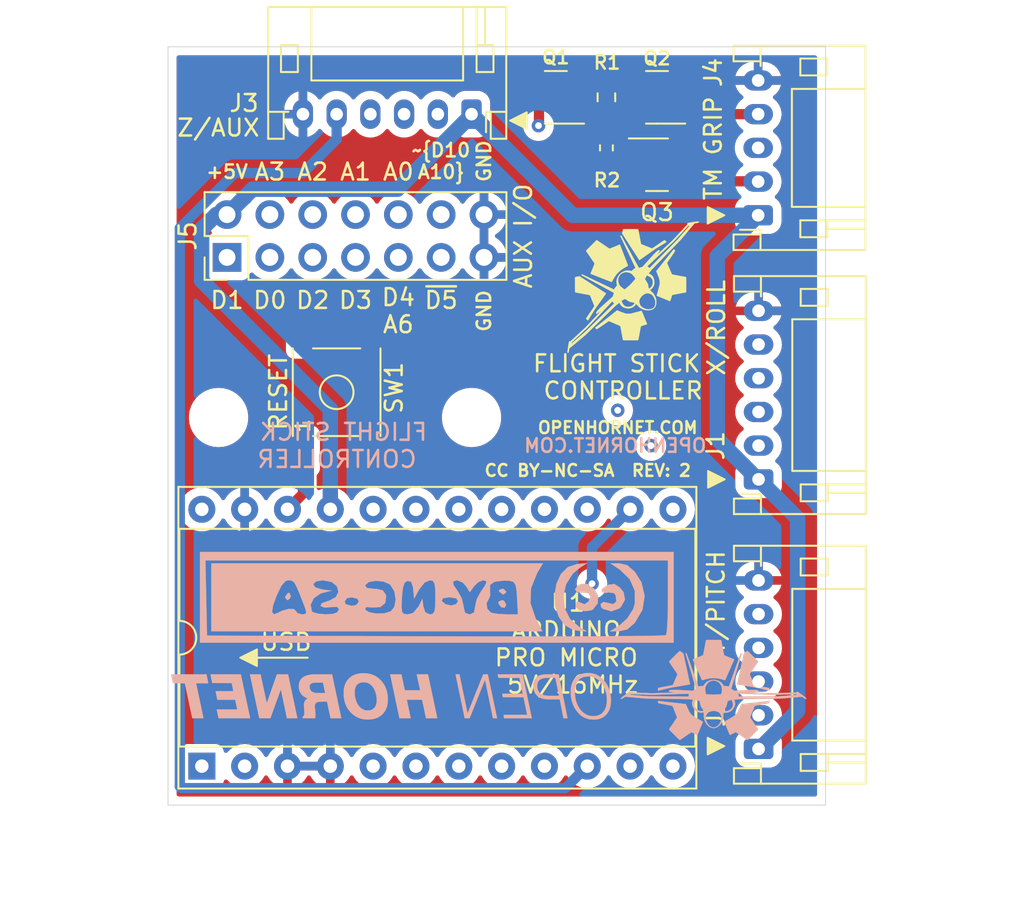
<source format=kicad_pcb>
(kicad_pcb (version 20211014) (generator pcbnew)
  (layers (0 "F.Cu" power) (1 "In1.Cu" signal) (2 "In2.Cu" signal) (31 "B.Cu" mixed) (34 "B.Paste" user) (35 "F.Paste" user) (36 "B.SilkS" user "B.Silkscreen") (37 "F.SilkS" user "F.Silkscreen") (38 "B.Mask" user) (39 "F.Mask" user) (44 "Edge.Cuts" user))
  (net 0 "")
  (net 1 "GND")
  (net 2 "/CSx")
  (net 3 "/SCK")
  (net 4 "/MOSI")
  (net 5 "/MISO")
  (net 6 "+5V")
  (net 7 "/CSy")
  (net 8 "/CSz")
  (net 9 "Net-(U1-Pad24)")
  (net 10 "/CSg")
  (net 11 "/MISOg")
  (net 12 "Net-(Q1-Pad2)")
  (net 13 "Net-(Q1-Pad1)")
  (net 14 "Net-(Q3-Pad3)")
  (net 15 "/~{D10A10}")
  (net 16 "/~{D5}")
  (net 17 "/A0")
  (net 18 "/D4A6")
  (net 19 "/A1")
  (net 20 "/~{D3}")
  (net 21 "/A2")
  (net 22 "/D2")
  (net 23 "/A3")
  (net 24 "/D0")
  (net 25 "/D1")
  (net 26 "/RST")
  (net 27 "Net-(SW1-Pad4)")
  (net 28 "Net-(SW1-Pad2)")
  (footprint "MountingHole:MountingHole_2.5mm" (layer "F.Cu") (at 127.976 62.33)
    (fp_text reference "H2" hide)
    (fp_text value "MountingHole")
    (pad "" np_thru_hole circle locked (at 0 0) (size 2.5 2.5) (drill 2.5) (layers *.Cu *.Mask))
  )
  (footprint "OH_Footprints:JST_PH_S6B-PH-K_1x06_P2.00mm_Horizontal" (layer "F.Cu") (at 145 66 90)
    (fp_text reference "J1" (at 2 -2.55 90) (layer "F.SilkS"))
    (fp_text value "X/ROLL" (at 9 -2.5 90) (layer "F.SilkS"))
    (pad "1" thru_hole roundrect (at 0 0 90) (size 1.2 1.75) (drill 0.75) (layers *.Cu *.Mask) (roundrect_rratio 0.2083333333) (net 6 "+5V"))
    (pad "2" thru_hole oval (at 2 0 90) (size 1.2 1.75) (drill 0.75) (layers *.Cu *.Mask) (net 5 "/MISO"))
    (pad "3" thru_hole oval (at 4 0 90) (size 1.2 1.75) (drill 0.75) (layers *.Cu *.Mask) (net 4 "/MOSI"))
    (pad "4" thru_hole oval (at 6 0 90) (size 1.2 1.75) (drill 0.75) (layers *.Cu *.Mask) (net 3 "/SCK"))
    (pad "5" thru_hole oval (at 8 0 90) (size 1.2 1.75) (drill 0.75) (layers *.Cu *.Mask) (net 2 "/CSx"))
    (pad "6" thru_hole oval (at 10 0 90) (size 1.2 1.75) (drill 0.75) (layers *.Cu *.Mask) (net 1 "GND"))
  )
  (footprint "OH_Footprints:JST_PH_S6B-PH-K_1x06_P2.00mm_Horizontal" (layer "F.Cu") (at 145 82 90)
    (fp_text reference "J2" (at 2.17 -2.524 90) (layer "F.SilkS"))
    (fp_text value "Y/PITCH" (at 8.67 -2.524 90) (layer "F.SilkS"))
    (pad "1" thru_hole roundrect (at 0 0 90) (size 1.2 1.75) (drill 0.75) (layers *.Cu *.Mask) (roundrect_rratio 0.2083333333) (net 6 "+5V"))
    (pad "2" thru_hole oval (at 2 0 90) (size 1.2 1.75) (drill 0.75) (layers *.Cu *.Mask) (net 5 "/MISO"))
    (pad "3" thru_hole oval (at 4 0 90) (size 1.2 1.75) (drill 0.75) (layers *.Cu *.Mask) (net 4 "/MOSI"))
    (pad "4" thru_hole oval (at 6 0 90) (size 1.2 1.75) (drill 0.75) (layers *.Cu *.Mask) (net 3 "/SCK"))
    (pad "5" thru_hole oval (at 8 0 90) (size 1.2 1.75) (drill 0.75) (layers *.Cu *.Mask) (net 7 "/CSy"))
    (pad "6" thru_hole oval (at 10 0 90) (size 1.2 1.75) (drill 0.75) (layers *.Cu *.Mask) (net 1 "GND"))
  )
  (footprint "MountingHole:MountingHole_2.5mm" (layer "F.Cu") (at 112.976 62.33)
    (fp_text reference "H1" hide)
    (fp_text value "MountingHole")
    (pad "" np_thru_hole circle locked (at 0 0) (size 2.5 2.5) (drill 2.5) (layers *.Cu *.Mask))
  )
  (footprint "Package_DIP:DIP-24_W15.24mm_Socket" (layer "F.Cu") (at 111.98 83.018 90)
    (fp_text reference "U1" (at 9.688 21.716 180) (layer "F.SilkS"))
    (fp_text value "ProMicro")
    (pad "1" thru_hole rect (at 0 0 90) (size 1.6 1.6) (drill 0.8) (layers *.Cu *.Mask) (net 25 "/D1"))
    (pad "2" thru_hole oval (at 0 2.54 90) (size 1.6 1.6) (drill 0.8) (layers *.Cu *.Mask) (net 24 "/D0"))
    (pad "3" thru_hole oval (at 0 5.08 90) (size 1.6 1.6) (drill 0.8) (layers *.Cu *.Mask) (net 1 "GND"))
    (pad "4" thru_hole oval (at 0 7.62 90) (size 1.6 1.6) (drill 0.8) (layers *.Cu *.Mask) (net 1 "GND"))
    (pad "5" thru_hole oval (at 0 10.16 90) (size 1.6 1.6) (drill 0.8) (layers *.Cu *.Mask) (net 22 "/D2"))
    (pad "6" thru_hole oval (at 0 12.7 90) (size 1.6 1.6) (drill 0.8) (layers *.Cu *.Mask) (net 20 "/~{D3}"))
    (pad "7" thru_hole oval (at 0 15.24 90) (size 1.6 1.6) (drill 0.8) (layers *.Cu *.Mask) (net 18 "/D4A6"))
    (pad "8" thru_hole oval (at 0 17.78 90) (size 1.6 1.6) (drill 0.8) (layers *.Cu *.Mask) (net 16 "/~{D5}"))
    (pad "9" thru_hole oval (at 0 20.32 90) (size 1.6 1.6) (drill 0.8) (layers *.Cu *.Mask) (net 10 "/CSg"))
    (pad "10" thru_hole oval (at 0 22.86 90) (size 1.6 1.6) (drill 0.8) (layers *.Cu *.Mask) (net 8 "/CSz"))
    (pad "11" thru_hole oval (at 0 25.4 90) (size 1.6 1.6) (drill 0.8) (layers *.Cu *.Mask) (net 7 "/CSy"))
    (pad "12" thru_hole oval (at 0 27.94 90) (size 1.6 1.6) (drill 0.8) (layers *.Cu *.Mask) (net 2 "/CSx"))
    (pad "13" thru_hole oval (at 15.24 27.94 90) (size 1.6 1.6) (drill 0.8) (layers *.Cu *.Mask) (net 15 "/~{D10A10}"))
    (pad "14" thru_hole oval (at 15.24 25.4 90) (size 1.6 1.6) (drill 0.8) (layers *.Cu *.Mask) (net 4 "/MOSI"))
    (pad "15" thru_hole oval (at 15.24 22.86 90) (size 1.6 1.6) (drill 0.8) (layers *.Cu *.Mask) (net 5 "/MISO"))
    (pad "16" thru_hole oval (at 15.24 20.32 90) (size 1.6 1.6) (drill 0.8) (layers *.Cu *.Mask) (net 3 "/SCK"))
    (pad "17" thru_hole oval (at 15.24 17.78 90) (size 1.6 1.6) (drill 0.8) (layers *.Cu *.Mask) (net 17 "/A0"))
    (pad "18" thru_hole oval (at 15.24 15.24 90) (size 1.6 1.6) (drill 0.8) (layers *.Cu *.Mask) (net 19 "/A1"))
    (pad "19" thru_hole oval (at 15.24 12.7 90) (size 1.6 1.6) (drill 0.8) (layers *.Cu *.Mask) (net 21 "/A2"))
    (pad "20" thru_hole oval (at 15.24 10.16 90) (size 1.6 1.6) (drill 0.8) (layers *.Cu *.Mask) (net 23 "/A3"))
    (pad "21" thru_hole oval (at 15.24 7.62 90) (size 1.6 1.6) (drill 0.8) (layers *.Cu *.Mask) (net 6 "+5V"))
    (pad "22" thru_hole oval (at 15.24 5.08 90) (size 1.6 1.6) (drill 0.8) (layers *.Cu *.Mask) (net 26 "/RST"))
    (pad "23" thru_hole oval (at 15.24 2.54 90) (size 1.6 1.6) (drill 0.8) (layers *.Cu *.Mask) (net 1 "GND"))
    (pad "24" thru_hole oval (at 15.24 0 90) (size 1.6 1.6) (drill 0.8) (layers *.Cu *.Mask) (net 9 "Net-(U1-Pad24)"))
  )
  (footprint "OH_Footprints:SOT-23" (layer "F.Cu") (at 132.976 43.33 180)
    (fp_text reference "Q1" (at 0 2.3825) (layer "F.SilkS") (effects (font (size 0.8 0.8))))
    (fp_text value "IRLML6402TRPBF")
    (pad "1" smd roundrect (at -0.9375 -0.95 180) (size 1.475 0.6) (layers "F.Cu" "F.Paste" "F.Mask") (net 13 "Net-(Q1-Pad1)"))
    (pad "2" smd roundrect (at -0.9375 0.95 180) (size 1.475 0.6) (layers "F.Cu" "F.Paste" "F.Mask") (net 12 "Net-(Q1-Pad2)"))
    (pad "3" smd roundrect (at 0.9375 0 180) (size 1.475 0.6) (layers "F.Cu" "F.Paste" "F.Mask") (net 5 "/MISO"))
  )
  (footprint "OH_Footprints:SOT-23" (layer "F.Cu") (at 138.976 43.33 180)
    (fp_text reference "Q2" (at 0 2.319) (layer "F.SilkS") (effects (font (size 0.8 0.8))))
    (fp_text value "IRLML6402TRPBF")
    (pad "1" smd roundrect (at -0.9375 -0.95 180) (size 1.475 0.6) (layers "F.Cu" "F.Paste" "F.Mask") (net 13 "Net-(Q1-Pad1)"))
    (pad "2" smd roundrect (at -0.9375 0.95 180) (size 1.475 0.6) (layers "F.Cu" "F.Paste" "F.Mask") (net 12 "Net-(Q1-Pad2)"))
    (pad "3" smd roundrect (at 0.9375 0 180) (size 1.475 0.6) (layers "F.Cu" "F.Paste" "F.Mask") (net 11 "/MISOg"))
  )
  (footprint "OH_Footprints:SOT-23" (layer "F.Cu") (at 138.976 47.33)
    (fp_text reference "Q3" (at 0 2.825) (layer "F.SilkS"))
    (fp_text value "2N7002")
    (pad "1" smd roundrect (at -0.9375 -0.95) (size 1.475 0.6) (layers "F.Cu" "F.Paste" "F.Mask") (net 10 "/CSg"))
    (pad "2" smd roundrect (at -0.9375 0.95) (size 1.475 0.6) (layers "F.Cu" "F.Paste" "F.Mask") (net 1 "GND"))
    (pad "3" smd roundrect (at 0.9375 0) (size 1.475 0.6) (layers "F.Cu" "F.Paste" "F.Mask") (net 14 "Net-(Q3-Pad3)"))
  )
  (footprint "OH_Footprints:R_0603_1608Metric" (layer "F.Cu") (at 135.976 43.33 -90)
    (fp_text reference "R1" (at -2.065 -0.035 180) (layer "F.SilkS") (effects (font (size 0.8 0.8))))
    (fp_text value "10k")
    (pad "1" smd roundrect (at -0.825 0 270) (size 0.8 0.95) (layers "F.Cu" "F.Paste" "F.Mask") (net 12 "Net-(Q1-Pad2)"))
    (pad "2" smd roundrect (at 0.825 0 270) (size 0.8 0.95) (layers "F.Cu" "F.Paste" "F.Mask") (net 13 "Net-(Q1-Pad1)"))
  )
  (footprint "OH_Footprints:R_0402_1005Metric" (layer "F.Cu") (at 135.976 46.33 -90)
    (fp_text reference "R2" (at 1.92 -0.035 180) (layer "F.SilkS") (effects (font (size 0.8 0.8))))
    (fp_text value "33")
    (pad "1" smd roundrect (at -0.51 0 270) (size 0.54 0.64) (layers "F.Cu" "F.Paste" "F.Mask") (net 13 "Net-(Q1-Pad1)"))
    (pad "2" smd roundrect (at 0.51 0 270) (size 0.54 0.64) (layers "F.Cu" "F.Paste" "F.Mask") (net 14 "Net-(Q3-Pad3)"))
  )
  (footprint "OH_Footprints:JST_PH_S5B-PH-K_1x05_P2.00mm_Horizontal" (layer "F.Cu") (at 144.976 50.33 90)
    (fp_text reference "J4" (at 8.476 -2.67 90) (layer "F.SilkS"))
    (fp_text value "TM GRIP" (at 3.976 -2.67 90) (layer "F.SilkS"))
    (pad "1" thru_hole roundrect (at 0 0 90) (size 1.2 1.75) (drill 0.75) (layers *.Cu *.Mask) (roundrect_rratio 0.2083333333) (net 6 "+5V"))
    (pad "2" thru_hole oval (at 2 0 90) (size 1.2 1.75) (drill 0.75) (layers *.Cu *.Mask) (net 10 "/CSg"))
    (pad "3" thru_hole oval (at 4 0 90) (size 1.2 1.75) (drill 0.75) (layers *.Cu *.Mask) (net 3 "/SCK"))
    (pad "4" thru_hole oval (at 6 0 90) (size 1.2 1.75) (drill 0.75) (layers *.Cu *.Mask) (net 11 "/MISOg"))
    (pad "5" thru_hole oval (at 8 0 90) (size 1.2 1.75) (drill 0.75) (layers *.Cu *.Mask) (net 1 "GND"))
  )
  (footprint "OH_Footprints:JST_PH_S6B-PH-K_1x06_P2.00mm_Horizontal" (layer "F.Cu") (at 127.976 44.33 180)
    (fp_text reference "J3" (at 13.4915 0.652) (layer "F.SilkS"))
    (fp_text value "Z/AUX" (at 15.0155 -0.8085) (layer "F.SilkS"))
    (pad "1" thru_hole roundrect (at 0 0 180) (size 1.2 1.75) (drill 0.75) (layers *.Cu *.Mask) (roundrect_rratio 0.2083333333) (net 6 "+5V"))
    (pad "2" thru_hole oval (at 2 0 180) (size 1.2 1.75) (drill 0.75) (layers *.Cu *.Mask) (net 5 "/MISO"))
    (pad "3" thru_hole oval (at 4 0 180) (size 1.2 1.75) (drill 0.75) (layers *.Cu *.Mask) (net 4 "/MOSI"))
    (pad "4" thru_hole oval (at 6 0 180) (size 1.2 1.75) (drill 0.75) (layers *.Cu *.Mask) (net 3 "/SCK"))
    (pad "5" thru_hole oval (at 8 0 180) (size 1.2 1.75) (drill 0.75) (layers *.Cu *.Mask) (net 8 "/CSz"))
    (pad "6" thru_hole oval (at 10 0 180) (size 1.2 1.75) (drill 0.75) (layers *.Cu *.Mask) (net 1 "GND"))
  )
  (footprint "Connector_PinHeader_2.54mm:PinHeader_2x07_P2.54mm_Vertical" (layer "F.Cu") (at 113.476 52.83 90)
    (fp_text reference "J5" (at 1.27 -2.33 90) (layer "F.SilkS"))
    (fp_text value "AUX I/O" (at 1.27 17.57 90) (layer "F.SilkS"))
    (pad "1" thru_hole rect locked (at 0 0 90) (size 1.7 1.7) (drill 1) (layers *.Cu *.Mask) (net 25 "/D1"))
    (pad "2" thru_hole oval locked (at 2.54 0 90) (size 1.7 1.7) (drill 1) (layers *.Cu *.Mask) (net 6 "+5V"))
    (pad "3" thru_hole oval locked (at 0 2.54 90) (size 1.7 1.7) (drill 1) (layers *.Cu *.Mask) (net 24 "/D0"))
    (pad "4" thru_hole oval locked (at 2.54 2.54 90) (size 1.7 1.7) (drill 1) (layers *.Cu *.Mask) (net 23 "/A3"))
    (pad "5" thru_hole oval locked (at 0 5.08 90) (size 1.7 1.7) (drill 1) (layers *.Cu *.Mask) (net 22 "/D2"))
    (pad "6" thru_hole oval locked (at 2.54 5.08 90) (size 1.7 1.7) (drill 1) (layers *.Cu *.Mask) (net 21 "/A2"))
    (pad "7" thru_hole oval locked (at 0 7.62 90) (size 1.7 1.7) (drill 1) (layers *.Cu *.Mask) (net 20 "/~{D3}"))
    (pad "8" thru_hole oval locked (at 2.54 7.62 90) (size 1.7 1.7) (drill 1) (layers *.Cu *.Mask) (net 19 "/A1"))
    (pad "9" thru_hole oval locked (at 0 10.16 90) (size 1.7 1.7) (drill 1) (layers *.Cu *.Mask) (net 18 "/D4A6"))
    (pad "10" thru_hole oval locked (at 2.54 10.16 90) (size 1.7 1.7) (drill 1) (layers *.Cu *.Mask) (net 17 "/A0"))
    (pad "11" thru_hole oval locked (at 0 12.7 90) (size 1.7 1.7) (drill 1) (layers *.Cu *.Mask) (net 16 "/~{D5}"))
    (pad "12" thru_hole oval locked (at 2.54 12.7 90) (size 1.7 1.7) (drill 1) (layers *.Cu *.Mask) (net 15 "/~{D10A10}"))
    (pad "13" thru_hole oval locked (at 0 15.24 90) (size 1.7 1.7) (drill 1) (layers *.Cu *.Mask) (net 1 "GND"))
    (pad "14" thru_hole oval locked (at 2.54 15.24 90) (size 1.7 1.7) (drill 1) (layers *.Cu *.Mask) (net 1 "GND"))
  )
  (footprint "OH_Footprints:SMD-SW-4_5.1x5.1" (layer "F.Cu") (at 119.976 60.83 90)
    (fp_text reference "SW1" (at 0.261 3.3985 90) (layer "F.SilkS"))
    (fp_text value "RESET" (at 0.007 -3.4595 90) (layer "F.SilkS"))
    (fp_text user "1" (at -2 -2 90) (layer "F.SilkS") (effects (font (size 0.8 0.8))))
    (pad "1" smd rect (at -3.5 -2 90) (size 2 1) (layers "F.Cu" "F.Paste" "F.Mask") (net 26 "/RST"))
    (pad "2" smd rect (at 3.5 -2 90) (size 2 1) (layers "F.Cu" "F.Paste" "F.Mask") (net 28 "Net-(SW1-Pad2)"))
    (pad "3" smd rect (at -3.5 2 90) (size 2 1) (layers "F.Cu" "F.Paste" "F.Mask") (net 1 "GND"))
    (pad "4" smd rect (at 3.5 2 90) (size 2 1) (layers "F.Cu" "F.Paste" "F.Mask") (net 27 "Net-(SW1-Pad4)"))
  )
  (footprint "KiCAD Libraries:OH_LOGO_ONLY_11x6mm" (layer "F.Cu") (at 137.281 54.3 45)
    (fp_text reference "LOGO3" hide)
    (fp_text value "OpenHornetLogoSmall" hide)
  )
  (footprint "KiCAD Libraries:OH_LOGO_37.7mm_5.9mm" (layer "B.Cu") (at 129 78.5 180)
    (fp_text reference "LOGO1" hide)
    (fp_text value "OpenHornetLogoSmall" hide)
  )
  (footprint "KiCAD Libraries:CC-BY-NC-SA-Small" (layer "B.Cu") (at 126 73 180)
    (fp_text reference "LOGO2" hide)
    (fp_text value "OpenHornetLogoSmall" hide)
  )
  (gr_poly (pts (xy 143 66) (xy 142 66.5) (xy 142 65.5)) (layer "F.SilkS") (width 0.1) (fill solid))
  (gr_poly (pts (xy 131.256 44.21) (xy 131.256 45.21) (xy 130.256 44.71)) (layer "F.SilkS") (width 0.1) (fill solid))
  (gr_line (start 115.254 76.584) (end 118.254 76.584) (layer "F.SilkS") (width 0.12))
  (gr_poly (pts (xy 142.976 81.83) (xy 141.976 82.33) (xy 141.976 81.33)) (layer "F.SilkS") (width 0.1) (fill solid))
  (gr_poly (pts (xy 115.254 77.084) (xy 114.254 76.584) (xy 115.254 76.084)) (layer "F.SilkS") (width 0.1) (fill solid))
  (gr_poly (pts (xy 141.976 50.83) (xy 141.976 49.83) (xy 142.976 50.33)) (layer "F.SilkS") (width 0.1) (fill solid))
  (gr_line (start 109.976 85.33) (end 109.976 53.33) (layer "Edge.Cuts") (width 0.05))
  (gr_line (start 148.976 40.33) (end 148.976 53.33) (layer "Edge.Cuts") (width 0.05))
  (gr_line (start 109.976 53.33) (end 109.976 40.33) (layer "Edge.Cuts") (width 0.05))
  (gr_line (start 109.976 40.33) (end 148.976 40.33) (layer "Edge.Cuts") (width 0.05))
  (gr_line (start 148.976 85.33) (end 109.976 85.33) (layer "Edge.Cuts") (width 0.05))
  (gr_line (start 148.976 53.33) (end 148.976 85.33) (layer "Edge.Cuts") (width 0.05))
  (gr_text "FLIGHT STICK \nCONTROLLER" (at 120 64) (layer "B.SilkS") (effects (font (size 1 1)) (justify mirror)))
  (gr_text "OPENHORNET.COM" (at 136.5 64) (layer "B.SilkS") (effects (font (size 0.8 0.8)) (justify mirror)))
  (gr_text "OPENHORNET.COM" (at 136.646 62.936) (layer "F.SilkS") (effects (font (size 0.7 0.7))))
  (gr_text "CC BY-NC-SA  REV: 2" (at 134.868 65.476) (layer "F.SilkS") (effects (font (size 0.7 0.7))))
  (gr_text "A0" (at 123.636 47.75) (layer "F.SilkS") (effects (font (size 1 1))))
  (gr_text "GND" (at 128.716 47.115 90) (layer "F.SilkS") (effects (font (size 0.8 0.8))))
  (gr_text "D2" (at 118.556 55.37) (layer "F.SilkS") (effects (font (size 1 1))))
  (gr_text "+5V" (at 113.476 47.75) (layer "F.SilkS") (effects (font (size 0.8 0.8))))
  (gr_text "~{D10\nA10}" (at 126.176 47.115) (layer "F.SilkS") (effects (font (size 0.8 0.8))))
  (gr_text "D3" (at 121.096 55.37) (layer "F.SilkS") (effects (font (size 1 1))))
  (gr_text "USB" (at 116.976 75.652) (layer "F.SilkS") (effects (font (size 1 1))))
  (gr_text "GND" (at 128.716 56.005 90) (layer "F.SilkS") (effects (font (size 0.8 0.8))))
  (gr_text "A2" (at 118.556 47.75) (layer "F.SilkS") (effects (font (size 1 1))))
  (gr_text "ARDUINO \nPRO MICRO \n5V/16MHz" (at 133.976 76.58) (layer "F.SilkS") (effects (font (size 1 1))))
  (gr_text "A3" (at 116.016 47.75) (layer "F.SilkS") (effects (font (size 1 1))))
  (gr_text "FLIGHT STICK \nCONTROLLER" (at 136.9635 59.934) (layer "F.SilkS") (effects (font (size 1 1))))
  (gr_text "~{D5}" (at 126.176 55.37) (layer "F.SilkS") (effects (font (size 1 1))))
  (gr_text "D0" (at 116.016 55.37) (layer "F.SilkS") (effects (font (size 1 1))))
  (gr_text "D4\nA6" (at 123.636 56.005) (layer "F.SilkS") (effects (font (size 1 1))))
  (gr_text "A1" (at 121.096 47.75) (layer "F.SilkS") (effects (font (size 1 1))))
  (gr_text "D1" (at 113.476 55.37) (layer "F.SilkS") (effects (font (size 1 1))))
  (via (at 135.122 72.1895) (size 0.8) (drill 0.4) (layers "F.Cu" "B.Cu") (net 4))
  (segment (start 135.122 72.1895) (end 135.122 70.036) (width 0.6096) (layer "B.Cu") (net 4))
  (segment (start 135.122 70.036) (end 137.38 67.778) (width 0.6096) (layer "B.Cu") (net 4))
  (segment (start 131.976 43.33) (end 131.976 44.9825) (width 0.6096) (layer "F.Cu") (net 5))
  (segment (start 131.976 44.9825) (end 131.947 45.0115) (width 0.6096) (layer "F.Cu") (net 5))
  (via (at 131.947 45.0115) (size 0.8) (drill 0.4) (layers "F.Cu" "B.Cu") (net 5))
  (via (at 138.618 64) (size 0.8) (drill 0.4) (layers "F.Cu" "B.Cu") (net 5))
  (via (at 136.646 61.9025) (size 0.8) (drill 0.4) (layers "F.Cu" "B.Cu") (net 5))
  (segment (start 145 66) (end 147.314 68.314) (width 0.9144) (layer "B.Cu") (net 6))
  (segment (start 119.6 61.836962) (end 111.968799 54.205761) (width 0.9144) (layer "B.Cu") (net 6))
  (segment (start 111.968799 54.205761) (end 111.968799 51.152583) (width 0.9144) (layer "B.Cu") (net 6))
  (segment (start 147.314 79.738963) (end 145.052963 82) (width 0.9144) (layer "B.Cu") (net 6))
  (segment (start 119.6 67.778) (end 119.6 61.836962) (width 0.9144) (layer "B.Cu") (net 6))
  (segment (start 112.831382 50.29) (end 113.476 50.29) (width 0.9144) (layer "B.Cu") (net 6))
  (segment (start 111.968799 51.152583) (end 112.831382 50.29) (width 0.9144) (layer "B.Cu") (net 6))
  (segment (start 127.976 44.33) (end 133.976 50.33) (width 0.9144) (layer "B.Cu") (net 6))
  (segment (start 127.976 44.382963) (end 127.976 44.33) (width 0.9144) (layer "B.Cu") (net 6))
  (segment (start 114.983201 48.782799) (end 123.576164 48.782799) (width 0.9144) (layer "B.Cu") (net 6))
  (segment (start 113.476 50.29) (end 114.983201 48.782799) (width 0.9144) (layer "B.Cu") (net 6))
  (segment (start 144.976 50.33) (end 142.5515 52.7545) (width 0.9144) (layer "B.Cu") (net 6))
  (segment (start 145.052963 82) (end 145 82) (width 0.9144) (layer "B.Cu") (net 6))
  (segment (start 142.5515 52.7545) (end 142.5515 63.604463) (width 0.9144) (layer "B.Cu") (net 6))
  (segment (start 123.576164 48.782799) (end 127.976 44.382963) (width 0.9144) (layer "B.Cu") (net 6))
  (segment (start 142.5515 63.604463) (end 144.947037 66) (width 0.9144) (layer "B.Cu") (net 6))
  (segment (start 147.314 68.314) (end 147.314 79.738963) (width 0.9144) (layer "B.Cu") (net 6))
  (segment (start 133.976 50.33) (end 144.976 50.33) (width 0.9144) (layer "B.Cu") (net 6))
  (segment (start 144.947037 66) (end 145 66) (width 0.9144) (layer "B.Cu") (net 6))
  (segment (start 110.776159 84.322801) (end 133.535199 84.322801) (width 0.6096) (layer "B.Cu") (net 8))
  (segment (start 133.535199 84.322801) (end 134.84 83.018) (width 0.6096) (layer "B.Cu") (net 8))
  (segment (start 110.675199 84.221841) (end 110.776159 84.322801) (width 0.6096) (layer "B.Cu") (net 8))
  (segment (start 110.675199 51.085695) (end 110.675199 84.221841) (width 0.6096) (layer "B.Cu") (net 8))
  (segment (start 119.976 44.33) (end 119.976 45.8146) (width 0.6096) (layer "B.Cu") (net 8))
  (segment (start 117.969812 47.820788) (end 113.940106 47.820788) (width 0.6096) (layer "B.Cu") (net 8))
  (segment (start 119.976 45.8146) (end 117.969812 47.820788) (width 0.6096) (layer "B.Cu") (net 8))
  (segment (start 113.940106 47.820788) (end 110.675199 51.085695) (width 0.6096) (layer "B.Cu") (net 8))
  (segment (start 144.9595 48.3135) (end 144.976 48.33) (width 0.6096) (layer "F.Cu") (net 10))
  (segment (start 143.2435 48.3135) (end 144.9595 48.3135) (width 0.6096) (layer "F.Cu") (net 10))
  (segment (start 141.31 46.38) (end 143.2435 48.3135) (width 0.6096) (layer "F.Cu") (net 10))
  (segment (start 137.976 46.38) (end 141.31 46.38) (width 0.6096) (layer "F.Cu") (net 10))
  (segment (start 141.6955 43.33) (end 142.6955 44.33) (width 0.6096) (layer "F.Cu") (net 11))
  (segment (start 142.6955 44.33) (end 144.976 44.33) (width 0.6096) (layer "F.Cu") (net 11))
  (segment (start 137.976 43.33) (end 141.6955 43.33) (width 0.6096) (layer "F.Cu") (net 11))
  (segment (start 133.976 42.38) (end 135.851 42.38) (width 0.6096) (layer "F.Cu") (net 12))
  (segment (start 135.851 42.38) (end 135.976 42.505) (width 0.6096) (layer "F.Cu") (net 12))
  (segment (start 135.976 42.505) (end 136.101 42.38) (width 0.6096) (layer "F.Cu") (net 12))
  (segment (start 136.101 42.38) (end 139.976 42.38) (width 0.6096) (layer "F.Cu") (net 12))
  (segment (start 135.976 44.155) (end 134.101 44.155) (width 0.6096) (layer "F.Cu") (net 13))
  (segment (start 136.101 44.28) (end 135.976 44.155) (width 0.6096) (layer "F.Cu") (net 13))
  (segment (start 135.976 44.155) (end 135.976 45.82) (width 0.6096) (layer "F.Cu") (net 13))
  (segment (start 139.976 44.28) (end 136.101 44.28) (width 0.6096) (layer "F.Cu") (net 13))
  (segment (start 134.101 44.155) (end 133.976 44.28) (width 0.6096) (layer "F.Cu") (net 13))
  (segment (start 135.976 46.84) (end 136.466 47.33) (width 0.6096) (layer "F.Cu") (net 14))
  (segment (start 136.466 47.33) (end 139.976 47.33) (width 0.6096) (layer "F.Cu") (net 14))
  (segment (start 117.977 66.861) (end 117.977 64.331) (width 0.6096) (layer "F.Cu") (net 26))
  (segment (start 117.06 67.778) (end 117.977 66.861) (width 0.6096) (layer "F.Cu") (net 26))
  (segment (start 117.977 64.331) (end 117.976 64.33) (width 0.6096) (layer "F.Cu") (net 26))
  (zone (net 1) (net_name "GND") (layer "F.Cu") (connect_pads (clearance 0.508)) (min_thickness 0.254) (fill yes (thermal_gap 0.508) (thermal_bridge_width 0.508))
    (polygon (pts (xy 154.976 88.33) (xy 104.976 88.33) (xy 104.976 38.33) (xy 154.976 38.33)))
  )
  (zone (net 1) (net_name "GND") (layer "B.Cu") (connect_pads (clearance 0.508)) (min_thickness 0.254) (fill yes (thermal_gap 0.508) (thermal_bridge_width 0.508))
    (polygon (pts (xy 154.976 88.33) (xy 104.976 88.33) (xy 104.976 38.33) (xy 154.976 38.33)))
  )
)
</source>
